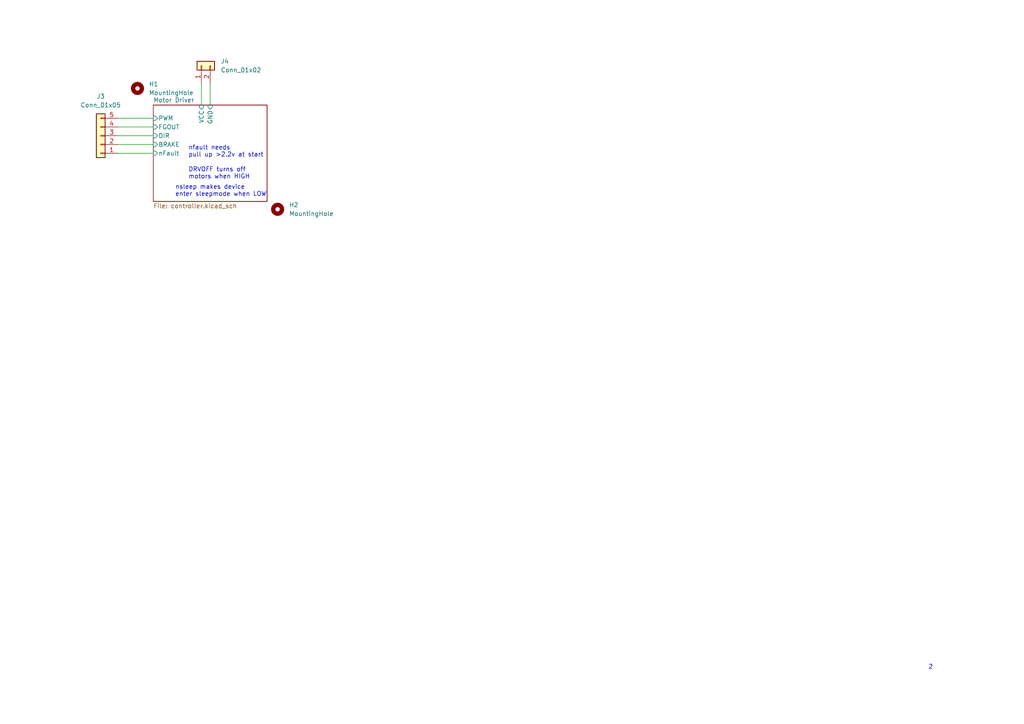
<source format=kicad_sch>
(kicad_sch (version 20230121) (generator eeschema)
  (paper "A4")
  (lib_symbols
    (symbol "Connector_Generic:Conn_01x02" (pin_names (offset 1.016) hide)
      (property "Reference" "J" (at 0 2.54 0))
      (property "Value" "Conn_01x02" (at 0 -5.08 0))
      (symbol "Conn_01x02_1_1"
        (rectangle (start -1.27 -2.413) (end 0 -2.667) (stroke (width 0.1524)))
        (rectangle (start -1.27 0.127) (end 0 -0.127) (stroke (width 0.1524)))
        (rectangle (start -1.27 1.27) (end 1.27 -3.81) (stroke (width 0.254)) (fill (type background)))
        (pin passive line (at -5.08 0 0) (length 3.81) (name "Pin_1") (number "1"))
        (pin passive line (at -5.08 -2.54 0) (length 3.81) (name "Pin_2") (number "2"))
      )
    )
    (symbol "Connector_Generic:Conn_01x05" (pin_names (offset 1.016) hide)
      (property "Reference" "J" (at 0 7.62 0))
      (property "Value" "Conn_01x05" (at 0 -7.62 0))
      (symbol "Conn_01x05_1_1"
        (rectangle (start -1.27 -4.953) (end 0 -5.207) (stroke (width 0.1524)))
        (rectangle (start -1.27 -2.413) (end 0 -2.667) (stroke (width 0.1524)))
        (rectangle (start -1.27 0.127) (end 0 -0.127) (stroke (width 0.1524)))
        (rectangle (start -1.27 2.667) (end 0 2.413) (stroke (width 0.1524)))
        (rectangle (start -1.27 5.207) (end 0 4.953) (stroke (width 0.1524)))
        (rectangle (start -1.27 6.35) (end 1.27 -6.35) (stroke (width 0.254)) (fill (type background)))
        (pin passive line (at -5.08 5.08 0) (length 3.81) (name "Pin_1") (number "1"))
        (pin passive line (at -5.08 2.54 0) (length 3.81) (name "Pin_2") (number "2"))
        (pin passive line (at -5.08 0 0) (length 3.81) (name "Pin_3") (number "3"))
        (pin passive line (at -5.08 -2.54 0) (length 3.81) (name "Pin_4") (number "4"))
        (pin passive line (at -5.08 -5.08 0) (length 3.81) (name "Pin_5") (number "5"))
      )
    )
    (symbol "Mechanical:MountingHole" (pin_names (offset 1.016))
      (property "Reference" "H" (at 0 5.08 0))
      (property "Value" "MountingHole" (at 0 3.175 0))
      (symbol "MountingHole_0_1"
        (circle (center 0 0) (radius 1.27) (stroke (width 1.27)))
      )
    )
  )
  (wire (pts (xy 60.96 24.13) (xy 60.96 30.48)))
  (wire (pts (xy 34.29 36.83) (xy 44.45 36.83)))
  (wire (pts (xy 34.29 34.29) (xy 44.45 34.29)))
  (wire (pts (xy 34.29 44.45) (xy 44.45 44.45)))
  (wire (pts (xy 58.42 24.13) (xy 58.42 30.48)))
  (wire (pts (xy 34.29 39.37) (xy 44.45 39.37)))
  (wire (pts (xy 34.29 41.91) (xy 44.45 41.91)))
  (text "nfault needs\npull up >2.2v at start" (at 54.61 45.72 0) (effects (font (size 1.27 1.27)) (justify left bottom)))
  (text "DRVOFF turns off \nmotors when HIGH" (at 54.61 52.07 0) (effects (font (size 1.27 1.27)) (justify left bottom)))
  (text "nsleep makes device \nenter sleepmode when LOW" (at 50.8 57.15 0) (effects (font (size 1.27 1.27)) (justify left bottom)))
  (text "2" (at 269.24 194.31 0) (effects (font (size 1.27 1.27)) (justify left bottom)))
  (symbol (lib_id "Mechanical:MountingHole") (at 39.878 25.654 0) (unit 1)
    (property "Reference" "H1" (at 43.18 24.384 0) (effects (justify left)))
    (property "Value" "MountingHole" (at 43.18 26.924 0) (effects (justify left)))
    (property "Footprint" "MountingHole:MountingHole_2.2mm_M2" (effects hide))
  )
  (symbol (lib_id "Mechanical:MountingHole") (at 80.518 60.706 0) (unit 1)
    (property "Reference" "H2" (at 83.82 59.436 0) (effects (justify left)))
    (property "Value" "MountingHole" (at 83.82 61.976 0) (effects (justify left)))
    (property "Footprint" "MountingHole:MountingHole_2.2mm_M2" (effects hide))
  )
  (symbol (lib_id "Connector_Generic:Conn_01x02") (at 58.42 19.05 90) (unit 1)
    (property "Reference" "J4" (at 64.008 17.78 90) (effects (justify right)))
    (property "Value" "Conn_01x02" (at 64.008 20.32 90) (effects (justify right)))
    (property "Footprint" "Connector_Molex:Molex_KK-396_5273-02A_1x02_P3.96mm_Vertical" (effects hide))
  )
  (symbol (lib_id "Connector_Generic:Conn_01x05") (at 29.21 39.37 180) (unit 1)
    (property "Reference" "J3" (at 29.21 27.94 0))
    (property "Value" "Conn_01x05" (at 29.21 30.48 0))
    (property "Footprint" "Connector_PinSocket_2.54mm:PinSocket_2x03_P2.54mm_Vertical" (effects hide))
  )
  (sheet (at 44.45 30.48) (size 33.02 27.94) (stroke (width 0.1524))
    (property "Sheetname" "Motor Driver" (at 44.45 29.7684 0) (effects (justify left bottom)))
    (property "Sheetfile" "controller.kicad_sch" (at 44.45 59.0046 0) (effects (justify left top)))
    (pin "FGOUT" input (at 44.45 36.83 180))
    (pin "DIR" input (at 44.45 39.37 180))
    (pin "PWM" input (at 44.45 34.29 180))
    (pin "BRAKE" input (at 44.45 41.91 180))
    (pin "VCC" input (at 58.42 30.48 90))
    (pin "GND" input (at 60.96 30.48 90))
    (pin "nFault" input (at 44.45 44.45 180))
  )
)
</source>
